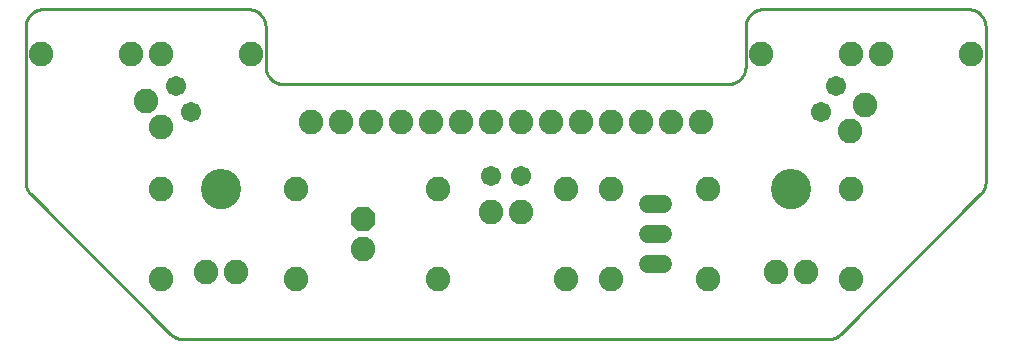
<source format=gbs>
G75*
%MOIN*%
%OFA0B0*%
%FSLAX25Y25*%
%IPPOS*%
%LPD*%
%AMOC8*
5,1,8,0,0,1.08239X$1,22.5*
%
%ADD10C,0.00000*%
%ADD11C,0.13398*%
%ADD12C,0.01000*%
%ADD13OC8,0.08200*%
%ADD14C,0.08200*%
%ADD15C,0.06000*%
%ADD16C,0.06737*%
D10*
X0063801Y0055100D02*
X0063803Y0055258D01*
X0063809Y0055416D01*
X0063819Y0055574D01*
X0063833Y0055732D01*
X0063851Y0055889D01*
X0063872Y0056046D01*
X0063898Y0056202D01*
X0063928Y0056358D01*
X0063961Y0056513D01*
X0063999Y0056666D01*
X0064040Y0056819D01*
X0064085Y0056971D01*
X0064134Y0057122D01*
X0064187Y0057271D01*
X0064243Y0057419D01*
X0064303Y0057565D01*
X0064367Y0057710D01*
X0064435Y0057853D01*
X0064506Y0057995D01*
X0064580Y0058135D01*
X0064658Y0058272D01*
X0064740Y0058408D01*
X0064824Y0058542D01*
X0064913Y0058673D01*
X0065004Y0058802D01*
X0065099Y0058929D01*
X0065196Y0059054D01*
X0065297Y0059176D01*
X0065401Y0059295D01*
X0065508Y0059412D01*
X0065618Y0059526D01*
X0065731Y0059637D01*
X0065846Y0059746D01*
X0065964Y0059851D01*
X0066085Y0059953D01*
X0066208Y0060053D01*
X0066334Y0060149D01*
X0066462Y0060242D01*
X0066592Y0060332D01*
X0066725Y0060418D01*
X0066860Y0060502D01*
X0066996Y0060581D01*
X0067135Y0060658D01*
X0067276Y0060730D01*
X0067418Y0060800D01*
X0067562Y0060865D01*
X0067708Y0060927D01*
X0067855Y0060985D01*
X0068004Y0061040D01*
X0068154Y0061091D01*
X0068305Y0061138D01*
X0068457Y0061181D01*
X0068610Y0061220D01*
X0068765Y0061256D01*
X0068920Y0061287D01*
X0069076Y0061315D01*
X0069232Y0061339D01*
X0069389Y0061359D01*
X0069547Y0061375D01*
X0069704Y0061387D01*
X0069863Y0061395D01*
X0070021Y0061399D01*
X0070179Y0061399D01*
X0070337Y0061395D01*
X0070496Y0061387D01*
X0070653Y0061375D01*
X0070811Y0061359D01*
X0070968Y0061339D01*
X0071124Y0061315D01*
X0071280Y0061287D01*
X0071435Y0061256D01*
X0071590Y0061220D01*
X0071743Y0061181D01*
X0071895Y0061138D01*
X0072046Y0061091D01*
X0072196Y0061040D01*
X0072345Y0060985D01*
X0072492Y0060927D01*
X0072638Y0060865D01*
X0072782Y0060800D01*
X0072924Y0060730D01*
X0073065Y0060658D01*
X0073204Y0060581D01*
X0073340Y0060502D01*
X0073475Y0060418D01*
X0073608Y0060332D01*
X0073738Y0060242D01*
X0073866Y0060149D01*
X0073992Y0060053D01*
X0074115Y0059953D01*
X0074236Y0059851D01*
X0074354Y0059746D01*
X0074469Y0059637D01*
X0074582Y0059526D01*
X0074692Y0059412D01*
X0074799Y0059295D01*
X0074903Y0059176D01*
X0075004Y0059054D01*
X0075101Y0058929D01*
X0075196Y0058802D01*
X0075287Y0058673D01*
X0075376Y0058542D01*
X0075460Y0058408D01*
X0075542Y0058272D01*
X0075620Y0058135D01*
X0075694Y0057995D01*
X0075765Y0057853D01*
X0075833Y0057710D01*
X0075897Y0057565D01*
X0075957Y0057419D01*
X0076013Y0057271D01*
X0076066Y0057122D01*
X0076115Y0056971D01*
X0076160Y0056819D01*
X0076201Y0056666D01*
X0076239Y0056513D01*
X0076272Y0056358D01*
X0076302Y0056202D01*
X0076328Y0056046D01*
X0076349Y0055889D01*
X0076367Y0055732D01*
X0076381Y0055574D01*
X0076391Y0055416D01*
X0076397Y0055258D01*
X0076399Y0055100D01*
X0076397Y0054942D01*
X0076391Y0054784D01*
X0076381Y0054626D01*
X0076367Y0054468D01*
X0076349Y0054311D01*
X0076328Y0054154D01*
X0076302Y0053998D01*
X0076272Y0053842D01*
X0076239Y0053687D01*
X0076201Y0053534D01*
X0076160Y0053381D01*
X0076115Y0053229D01*
X0076066Y0053078D01*
X0076013Y0052929D01*
X0075957Y0052781D01*
X0075897Y0052635D01*
X0075833Y0052490D01*
X0075765Y0052347D01*
X0075694Y0052205D01*
X0075620Y0052065D01*
X0075542Y0051928D01*
X0075460Y0051792D01*
X0075376Y0051658D01*
X0075287Y0051527D01*
X0075196Y0051398D01*
X0075101Y0051271D01*
X0075004Y0051146D01*
X0074903Y0051024D01*
X0074799Y0050905D01*
X0074692Y0050788D01*
X0074582Y0050674D01*
X0074469Y0050563D01*
X0074354Y0050454D01*
X0074236Y0050349D01*
X0074115Y0050247D01*
X0073992Y0050147D01*
X0073866Y0050051D01*
X0073738Y0049958D01*
X0073608Y0049868D01*
X0073475Y0049782D01*
X0073340Y0049698D01*
X0073204Y0049619D01*
X0073065Y0049542D01*
X0072924Y0049470D01*
X0072782Y0049400D01*
X0072638Y0049335D01*
X0072492Y0049273D01*
X0072345Y0049215D01*
X0072196Y0049160D01*
X0072046Y0049109D01*
X0071895Y0049062D01*
X0071743Y0049019D01*
X0071590Y0048980D01*
X0071435Y0048944D01*
X0071280Y0048913D01*
X0071124Y0048885D01*
X0070968Y0048861D01*
X0070811Y0048841D01*
X0070653Y0048825D01*
X0070496Y0048813D01*
X0070337Y0048805D01*
X0070179Y0048801D01*
X0070021Y0048801D01*
X0069863Y0048805D01*
X0069704Y0048813D01*
X0069547Y0048825D01*
X0069389Y0048841D01*
X0069232Y0048861D01*
X0069076Y0048885D01*
X0068920Y0048913D01*
X0068765Y0048944D01*
X0068610Y0048980D01*
X0068457Y0049019D01*
X0068305Y0049062D01*
X0068154Y0049109D01*
X0068004Y0049160D01*
X0067855Y0049215D01*
X0067708Y0049273D01*
X0067562Y0049335D01*
X0067418Y0049400D01*
X0067276Y0049470D01*
X0067135Y0049542D01*
X0066996Y0049619D01*
X0066860Y0049698D01*
X0066725Y0049782D01*
X0066592Y0049868D01*
X0066462Y0049958D01*
X0066334Y0050051D01*
X0066208Y0050147D01*
X0066085Y0050247D01*
X0065964Y0050349D01*
X0065846Y0050454D01*
X0065731Y0050563D01*
X0065618Y0050674D01*
X0065508Y0050788D01*
X0065401Y0050905D01*
X0065297Y0051024D01*
X0065196Y0051146D01*
X0065099Y0051271D01*
X0065004Y0051398D01*
X0064913Y0051527D01*
X0064824Y0051658D01*
X0064740Y0051792D01*
X0064658Y0051928D01*
X0064580Y0052065D01*
X0064506Y0052205D01*
X0064435Y0052347D01*
X0064367Y0052490D01*
X0064303Y0052635D01*
X0064243Y0052781D01*
X0064187Y0052929D01*
X0064134Y0053078D01*
X0064085Y0053229D01*
X0064040Y0053381D01*
X0063999Y0053534D01*
X0063961Y0053687D01*
X0063928Y0053842D01*
X0063898Y0053998D01*
X0063872Y0054154D01*
X0063851Y0054311D01*
X0063833Y0054468D01*
X0063819Y0054626D01*
X0063809Y0054784D01*
X0063803Y0054942D01*
X0063801Y0055100D01*
X0253801Y0055100D02*
X0253803Y0055258D01*
X0253809Y0055416D01*
X0253819Y0055574D01*
X0253833Y0055732D01*
X0253851Y0055889D01*
X0253872Y0056046D01*
X0253898Y0056202D01*
X0253928Y0056358D01*
X0253961Y0056513D01*
X0253999Y0056666D01*
X0254040Y0056819D01*
X0254085Y0056971D01*
X0254134Y0057122D01*
X0254187Y0057271D01*
X0254243Y0057419D01*
X0254303Y0057565D01*
X0254367Y0057710D01*
X0254435Y0057853D01*
X0254506Y0057995D01*
X0254580Y0058135D01*
X0254658Y0058272D01*
X0254740Y0058408D01*
X0254824Y0058542D01*
X0254913Y0058673D01*
X0255004Y0058802D01*
X0255099Y0058929D01*
X0255196Y0059054D01*
X0255297Y0059176D01*
X0255401Y0059295D01*
X0255508Y0059412D01*
X0255618Y0059526D01*
X0255731Y0059637D01*
X0255846Y0059746D01*
X0255964Y0059851D01*
X0256085Y0059953D01*
X0256208Y0060053D01*
X0256334Y0060149D01*
X0256462Y0060242D01*
X0256592Y0060332D01*
X0256725Y0060418D01*
X0256860Y0060502D01*
X0256996Y0060581D01*
X0257135Y0060658D01*
X0257276Y0060730D01*
X0257418Y0060800D01*
X0257562Y0060865D01*
X0257708Y0060927D01*
X0257855Y0060985D01*
X0258004Y0061040D01*
X0258154Y0061091D01*
X0258305Y0061138D01*
X0258457Y0061181D01*
X0258610Y0061220D01*
X0258765Y0061256D01*
X0258920Y0061287D01*
X0259076Y0061315D01*
X0259232Y0061339D01*
X0259389Y0061359D01*
X0259547Y0061375D01*
X0259704Y0061387D01*
X0259863Y0061395D01*
X0260021Y0061399D01*
X0260179Y0061399D01*
X0260337Y0061395D01*
X0260496Y0061387D01*
X0260653Y0061375D01*
X0260811Y0061359D01*
X0260968Y0061339D01*
X0261124Y0061315D01*
X0261280Y0061287D01*
X0261435Y0061256D01*
X0261590Y0061220D01*
X0261743Y0061181D01*
X0261895Y0061138D01*
X0262046Y0061091D01*
X0262196Y0061040D01*
X0262345Y0060985D01*
X0262492Y0060927D01*
X0262638Y0060865D01*
X0262782Y0060800D01*
X0262924Y0060730D01*
X0263065Y0060658D01*
X0263204Y0060581D01*
X0263340Y0060502D01*
X0263475Y0060418D01*
X0263608Y0060332D01*
X0263738Y0060242D01*
X0263866Y0060149D01*
X0263992Y0060053D01*
X0264115Y0059953D01*
X0264236Y0059851D01*
X0264354Y0059746D01*
X0264469Y0059637D01*
X0264582Y0059526D01*
X0264692Y0059412D01*
X0264799Y0059295D01*
X0264903Y0059176D01*
X0265004Y0059054D01*
X0265101Y0058929D01*
X0265196Y0058802D01*
X0265287Y0058673D01*
X0265376Y0058542D01*
X0265460Y0058408D01*
X0265542Y0058272D01*
X0265620Y0058135D01*
X0265694Y0057995D01*
X0265765Y0057853D01*
X0265833Y0057710D01*
X0265897Y0057565D01*
X0265957Y0057419D01*
X0266013Y0057271D01*
X0266066Y0057122D01*
X0266115Y0056971D01*
X0266160Y0056819D01*
X0266201Y0056666D01*
X0266239Y0056513D01*
X0266272Y0056358D01*
X0266302Y0056202D01*
X0266328Y0056046D01*
X0266349Y0055889D01*
X0266367Y0055732D01*
X0266381Y0055574D01*
X0266391Y0055416D01*
X0266397Y0055258D01*
X0266399Y0055100D01*
X0266397Y0054942D01*
X0266391Y0054784D01*
X0266381Y0054626D01*
X0266367Y0054468D01*
X0266349Y0054311D01*
X0266328Y0054154D01*
X0266302Y0053998D01*
X0266272Y0053842D01*
X0266239Y0053687D01*
X0266201Y0053534D01*
X0266160Y0053381D01*
X0266115Y0053229D01*
X0266066Y0053078D01*
X0266013Y0052929D01*
X0265957Y0052781D01*
X0265897Y0052635D01*
X0265833Y0052490D01*
X0265765Y0052347D01*
X0265694Y0052205D01*
X0265620Y0052065D01*
X0265542Y0051928D01*
X0265460Y0051792D01*
X0265376Y0051658D01*
X0265287Y0051527D01*
X0265196Y0051398D01*
X0265101Y0051271D01*
X0265004Y0051146D01*
X0264903Y0051024D01*
X0264799Y0050905D01*
X0264692Y0050788D01*
X0264582Y0050674D01*
X0264469Y0050563D01*
X0264354Y0050454D01*
X0264236Y0050349D01*
X0264115Y0050247D01*
X0263992Y0050147D01*
X0263866Y0050051D01*
X0263738Y0049958D01*
X0263608Y0049868D01*
X0263475Y0049782D01*
X0263340Y0049698D01*
X0263204Y0049619D01*
X0263065Y0049542D01*
X0262924Y0049470D01*
X0262782Y0049400D01*
X0262638Y0049335D01*
X0262492Y0049273D01*
X0262345Y0049215D01*
X0262196Y0049160D01*
X0262046Y0049109D01*
X0261895Y0049062D01*
X0261743Y0049019D01*
X0261590Y0048980D01*
X0261435Y0048944D01*
X0261280Y0048913D01*
X0261124Y0048885D01*
X0260968Y0048861D01*
X0260811Y0048841D01*
X0260653Y0048825D01*
X0260496Y0048813D01*
X0260337Y0048805D01*
X0260179Y0048801D01*
X0260021Y0048801D01*
X0259863Y0048805D01*
X0259704Y0048813D01*
X0259547Y0048825D01*
X0259389Y0048841D01*
X0259232Y0048861D01*
X0259076Y0048885D01*
X0258920Y0048913D01*
X0258765Y0048944D01*
X0258610Y0048980D01*
X0258457Y0049019D01*
X0258305Y0049062D01*
X0258154Y0049109D01*
X0258004Y0049160D01*
X0257855Y0049215D01*
X0257708Y0049273D01*
X0257562Y0049335D01*
X0257418Y0049400D01*
X0257276Y0049470D01*
X0257135Y0049542D01*
X0256996Y0049619D01*
X0256860Y0049698D01*
X0256725Y0049782D01*
X0256592Y0049868D01*
X0256462Y0049958D01*
X0256334Y0050051D01*
X0256208Y0050147D01*
X0256085Y0050247D01*
X0255964Y0050349D01*
X0255846Y0050454D01*
X0255731Y0050563D01*
X0255618Y0050674D01*
X0255508Y0050788D01*
X0255401Y0050905D01*
X0255297Y0051024D01*
X0255196Y0051146D01*
X0255099Y0051271D01*
X0255004Y0051398D01*
X0254913Y0051527D01*
X0254824Y0051658D01*
X0254740Y0051792D01*
X0254658Y0051928D01*
X0254580Y0052065D01*
X0254506Y0052205D01*
X0254435Y0052347D01*
X0254367Y0052490D01*
X0254303Y0052635D01*
X0254243Y0052781D01*
X0254187Y0052929D01*
X0254134Y0053078D01*
X0254085Y0053229D01*
X0254040Y0053381D01*
X0253999Y0053534D01*
X0253961Y0053687D01*
X0253928Y0053842D01*
X0253898Y0053998D01*
X0253872Y0054154D01*
X0253851Y0054311D01*
X0253833Y0054468D01*
X0253819Y0054626D01*
X0253809Y0054784D01*
X0253803Y0054942D01*
X0253801Y0055100D01*
D11*
X0260100Y0055100D03*
X0070100Y0055100D03*
D12*
X0053370Y0006830D02*
X0006830Y0053370D01*
X0005100Y0057546D02*
X0005100Y0109194D01*
X0005102Y0109346D01*
X0005108Y0109498D01*
X0005118Y0109650D01*
X0005131Y0109801D01*
X0005149Y0109952D01*
X0005170Y0110103D01*
X0005196Y0110253D01*
X0005225Y0110402D01*
X0005258Y0110551D01*
X0005295Y0110698D01*
X0005335Y0110845D01*
X0005380Y0110990D01*
X0005428Y0111134D01*
X0005480Y0111277D01*
X0005535Y0111419D01*
X0005594Y0111559D01*
X0005657Y0111698D01*
X0005723Y0111835D01*
X0005793Y0111970D01*
X0005866Y0112103D01*
X0005943Y0112234D01*
X0006023Y0112364D01*
X0006106Y0112491D01*
X0006192Y0112616D01*
X0006282Y0112739D01*
X0006375Y0112859D01*
X0006471Y0112977D01*
X0006570Y0113093D01*
X0006672Y0113206D01*
X0006776Y0113316D01*
X0006884Y0113424D01*
X0006994Y0113528D01*
X0007107Y0113630D01*
X0007223Y0113729D01*
X0007341Y0113825D01*
X0007461Y0113918D01*
X0007584Y0114008D01*
X0007709Y0114094D01*
X0007836Y0114177D01*
X0007966Y0114257D01*
X0008097Y0114334D01*
X0008230Y0114407D01*
X0008365Y0114477D01*
X0008502Y0114543D01*
X0008641Y0114606D01*
X0008781Y0114665D01*
X0008923Y0114720D01*
X0009066Y0114772D01*
X0009210Y0114820D01*
X0009355Y0114865D01*
X0009502Y0114905D01*
X0009649Y0114942D01*
X0009798Y0114975D01*
X0009947Y0115004D01*
X0010097Y0115030D01*
X0010248Y0115051D01*
X0010399Y0115069D01*
X0010550Y0115082D01*
X0010702Y0115092D01*
X0010854Y0115098D01*
X0011006Y0115100D01*
X0079194Y0115100D01*
X0079346Y0115098D01*
X0079498Y0115092D01*
X0079650Y0115082D01*
X0079801Y0115069D01*
X0079952Y0115051D01*
X0080103Y0115030D01*
X0080253Y0115004D01*
X0080402Y0114975D01*
X0080551Y0114942D01*
X0080698Y0114905D01*
X0080845Y0114865D01*
X0080990Y0114820D01*
X0081134Y0114772D01*
X0081277Y0114720D01*
X0081419Y0114665D01*
X0081559Y0114606D01*
X0081698Y0114543D01*
X0081835Y0114477D01*
X0081970Y0114407D01*
X0082103Y0114334D01*
X0082234Y0114257D01*
X0082364Y0114177D01*
X0082491Y0114094D01*
X0082616Y0114008D01*
X0082739Y0113918D01*
X0082859Y0113825D01*
X0082977Y0113729D01*
X0083093Y0113630D01*
X0083206Y0113528D01*
X0083316Y0113424D01*
X0083424Y0113316D01*
X0083528Y0113206D01*
X0083630Y0113093D01*
X0083729Y0112977D01*
X0083825Y0112859D01*
X0083918Y0112739D01*
X0084008Y0112616D01*
X0084094Y0112491D01*
X0084177Y0112364D01*
X0084257Y0112234D01*
X0084334Y0112103D01*
X0084407Y0111970D01*
X0084477Y0111835D01*
X0084543Y0111698D01*
X0084606Y0111559D01*
X0084665Y0111419D01*
X0084720Y0111277D01*
X0084772Y0111134D01*
X0084820Y0110990D01*
X0084865Y0110845D01*
X0084905Y0110698D01*
X0084942Y0110551D01*
X0084975Y0110402D01*
X0085004Y0110253D01*
X0085030Y0110103D01*
X0085051Y0109952D01*
X0085069Y0109801D01*
X0085082Y0109650D01*
X0085092Y0109498D01*
X0085098Y0109346D01*
X0085100Y0109194D01*
X0085100Y0096006D01*
X0085102Y0095854D01*
X0085108Y0095702D01*
X0085118Y0095550D01*
X0085131Y0095399D01*
X0085149Y0095248D01*
X0085170Y0095097D01*
X0085196Y0094947D01*
X0085225Y0094798D01*
X0085258Y0094649D01*
X0085295Y0094502D01*
X0085335Y0094355D01*
X0085380Y0094210D01*
X0085428Y0094066D01*
X0085480Y0093923D01*
X0085535Y0093781D01*
X0085594Y0093641D01*
X0085657Y0093502D01*
X0085723Y0093365D01*
X0085793Y0093230D01*
X0085866Y0093097D01*
X0085943Y0092966D01*
X0086023Y0092836D01*
X0086106Y0092709D01*
X0086192Y0092584D01*
X0086282Y0092461D01*
X0086375Y0092341D01*
X0086471Y0092223D01*
X0086570Y0092107D01*
X0086672Y0091994D01*
X0086776Y0091884D01*
X0086884Y0091776D01*
X0086994Y0091672D01*
X0087107Y0091570D01*
X0087223Y0091471D01*
X0087341Y0091375D01*
X0087461Y0091282D01*
X0087584Y0091192D01*
X0087709Y0091106D01*
X0087836Y0091023D01*
X0087966Y0090943D01*
X0088097Y0090866D01*
X0088230Y0090793D01*
X0088365Y0090723D01*
X0088502Y0090657D01*
X0088641Y0090594D01*
X0088781Y0090535D01*
X0088923Y0090480D01*
X0089066Y0090428D01*
X0089210Y0090380D01*
X0089355Y0090335D01*
X0089502Y0090295D01*
X0089649Y0090258D01*
X0089798Y0090225D01*
X0089947Y0090196D01*
X0090097Y0090170D01*
X0090248Y0090149D01*
X0090399Y0090131D01*
X0090550Y0090118D01*
X0090702Y0090108D01*
X0090854Y0090102D01*
X0091006Y0090100D01*
X0239194Y0090100D01*
X0239346Y0090102D01*
X0239498Y0090108D01*
X0239650Y0090118D01*
X0239801Y0090131D01*
X0239952Y0090149D01*
X0240103Y0090170D01*
X0240253Y0090196D01*
X0240402Y0090225D01*
X0240551Y0090258D01*
X0240698Y0090295D01*
X0240845Y0090335D01*
X0240990Y0090380D01*
X0241134Y0090428D01*
X0241277Y0090480D01*
X0241419Y0090535D01*
X0241559Y0090594D01*
X0241698Y0090657D01*
X0241835Y0090723D01*
X0241970Y0090793D01*
X0242103Y0090866D01*
X0242234Y0090943D01*
X0242364Y0091023D01*
X0242491Y0091106D01*
X0242616Y0091192D01*
X0242739Y0091282D01*
X0242859Y0091375D01*
X0242977Y0091471D01*
X0243093Y0091570D01*
X0243206Y0091672D01*
X0243316Y0091776D01*
X0243424Y0091884D01*
X0243528Y0091994D01*
X0243630Y0092107D01*
X0243729Y0092223D01*
X0243825Y0092341D01*
X0243918Y0092461D01*
X0244008Y0092584D01*
X0244094Y0092709D01*
X0244177Y0092836D01*
X0244257Y0092966D01*
X0244334Y0093097D01*
X0244407Y0093230D01*
X0244477Y0093365D01*
X0244543Y0093502D01*
X0244606Y0093641D01*
X0244665Y0093781D01*
X0244720Y0093923D01*
X0244772Y0094066D01*
X0244820Y0094210D01*
X0244865Y0094355D01*
X0244905Y0094502D01*
X0244942Y0094649D01*
X0244975Y0094798D01*
X0245004Y0094947D01*
X0245030Y0095097D01*
X0245051Y0095248D01*
X0245069Y0095399D01*
X0245082Y0095550D01*
X0245092Y0095702D01*
X0245098Y0095854D01*
X0245100Y0096006D01*
X0245100Y0109194D01*
X0245102Y0109346D01*
X0245108Y0109498D01*
X0245118Y0109650D01*
X0245131Y0109801D01*
X0245149Y0109952D01*
X0245170Y0110103D01*
X0245196Y0110253D01*
X0245225Y0110402D01*
X0245258Y0110551D01*
X0245295Y0110698D01*
X0245335Y0110845D01*
X0245380Y0110990D01*
X0245428Y0111134D01*
X0245480Y0111277D01*
X0245535Y0111419D01*
X0245594Y0111559D01*
X0245657Y0111698D01*
X0245723Y0111835D01*
X0245793Y0111970D01*
X0245866Y0112103D01*
X0245943Y0112234D01*
X0246023Y0112364D01*
X0246106Y0112491D01*
X0246192Y0112616D01*
X0246282Y0112739D01*
X0246375Y0112859D01*
X0246471Y0112977D01*
X0246570Y0113093D01*
X0246672Y0113206D01*
X0246776Y0113316D01*
X0246884Y0113424D01*
X0246994Y0113528D01*
X0247107Y0113630D01*
X0247223Y0113729D01*
X0247341Y0113825D01*
X0247461Y0113918D01*
X0247584Y0114008D01*
X0247709Y0114094D01*
X0247836Y0114177D01*
X0247966Y0114257D01*
X0248097Y0114334D01*
X0248230Y0114407D01*
X0248365Y0114477D01*
X0248502Y0114543D01*
X0248641Y0114606D01*
X0248781Y0114665D01*
X0248923Y0114720D01*
X0249066Y0114772D01*
X0249210Y0114820D01*
X0249355Y0114865D01*
X0249502Y0114905D01*
X0249649Y0114942D01*
X0249798Y0114975D01*
X0249947Y0115004D01*
X0250097Y0115030D01*
X0250248Y0115051D01*
X0250399Y0115069D01*
X0250550Y0115082D01*
X0250702Y0115092D01*
X0250854Y0115098D01*
X0251006Y0115100D01*
X0319194Y0115100D01*
X0319346Y0115098D01*
X0319498Y0115092D01*
X0319650Y0115082D01*
X0319801Y0115069D01*
X0319952Y0115051D01*
X0320103Y0115030D01*
X0320253Y0115004D01*
X0320402Y0114975D01*
X0320551Y0114942D01*
X0320698Y0114905D01*
X0320845Y0114865D01*
X0320990Y0114820D01*
X0321134Y0114772D01*
X0321277Y0114720D01*
X0321419Y0114665D01*
X0321559Y0114606D01*
X0321698Y0114543D01*
X0321835Y0114477D01*
X0321970Y0114407D01*
X0322103Y0114334D01*
X0322234Y0114257D01*
X0322364Y0114177D01*
X0322491Y0114094D01*
X0322616Y0114008D01*
X0322739Y0113918D01*
X0322859Y0113825D01*
X0322977Y0113729D01*
X0323093Y0113630D01*
X0323206Y0113528D01*
X0323316Y0113424D01*
X0323424Y0113316D01*
X0323528Y0113206D01*
X0323630Y0113093D01*
X0323729Y0112977D01*
X0323825Y0112859D01*
X0323918Y0112739D01*
X0324008Y0112616D01*
X0324094Y0112491D01*
X0324177Y0112364D01*
X0324257Y0112234D01*
X0324334Y0112103D01*
X0324407Y0111970D01*
X0324477Y0111835D01*
X0324543Y0111698D01*
X0324606Y0111559D01*
X0324665Y0111419D01*
X0324720Y0111277D01*
X0324772Y0111134D01*
X0324820Y0110990D01*
X0324865Y0110845D01*
X0324905Y0110698D01*
X0324942Y0110551D01*
X0324975Y0110402D01*
X0325004Y0110253D01*
X0325030Y0110103D01*
X0325051Y0109952D01*
X0325069Y0109801D01*
X0325082Y0109650D01*
X0325092Y0109498D01*
X0325098Y0109346D01*
X0325100Y0109194D01*
X0325100Y0057546D01*
X0325098Y0057396D01*
X0325092Y0057247D01*
X0325083Y0057098D01*
X0325070Y0056949D01*
X0325053Y0056800D01*
X0325032Y0056652D01*
X0325007Y0056504D01*
X0324979Y0056357D01*
X0324947Y0056211D01*
X0324911Y0056066D01*
X0324872Y0055921D01*
X0324829Y0055778D01*
X0324783Y0055636D01*
X0324732Y0055495D01*
X0324679Y0055355D01*
X0324621Y0055217D01*
X0324561Y0055080D01*
X0324496Y0054945D01*
X0324429Y0054812D01*
X0324358Y0054680D01*
X0324284Y0054550D01*
X0324206Y0054422D01*
X0324125Y0054296D01*
X0324041Y0054172D01*
X0323954Y0054050D01*
X0323864Y0053931D01*
X0323771Y0053814D01*
X0323675Y0053699D01*
X0323576Y0053587D01*
X0323475Y0053477D01*
X0323370Y0053370D01*
X0276830Y0006830D01*
X0272654Y0005100D02*
X0057546Y0005100D01*
X0057396Y0005102D01*
X0057247Y0005108D01*
X0057098Y0005117D01*
X0056949Y0005130D01*
X0056800Y0005147D01*
X0056652Y0005168D01*
X0056504Y0005193D01*
X0056357Y0005221D01*
X0056211Y0005253D01*
X0056066Y0005289D01*
X0055921Y0005328D01*
X0055778Y0005371D01*
X0055636Y0005417D01*
X0055495Y0005468D01*
X0055355Y0005521D01*
X0055217Y0005579D01*
X0055080Y0005639D01*
X0054945Y0005704D01*
X0054812Y0005771D01*
X0054680Y0005842D01*
X0054550Y0005916D01*
X0054422Y0005994D01*
X0054296Y0006075D01*
X0054172Y0006159D01*
X0054050Y0006246D01*
X0053931Y0006336D01*
X0053814Y0006429D01*
X0053699Y0006525D01*
X0053587Y0006624D01*
X0053477Y0006725D01*
X0053370Y0006830D01*
X0006829Y0053370D02*
X0006724Y0053477D01*
X0006623Y0053587D01*
X0006524Y0053699D01*
X0006428Y0053814D01*
X0006335Y0053931D01*
X0006245Y0054050D01*
X0006158Y0054172D01*
X0006074Y0054296D01*
X0005993Y0054422D01*
X0005915Y0054550D01*
X0005841Y0054680D01*
X0005770Y0054812D01*
X0005703Y0054945D01*
X0005638Y0055080D01*
X0005578Y0055217D01*
X0005520Y0055355D01*
X0005467Y0055495D01*
X0005416Y0055636D01*
X0005370Y0055778D01*
X0005327Y0055921D01*
X0005288Y0056066D01*
X0005252Y0056211D01*
X0005220Y0056357D01*
X0005192Y0056504D01*
X0005167Y0056652D01*
X0005146Y0056800D01*
X0005129Y0056949D01*
X0005116Y0057098D01*
X0005107Y0057247D01*
X0005101Y0057396D01*
X0005099Y0057546D01*
X0272654Y0005099D02*
X0272804Y0005101D01*
X0272953Y0005107D01*
X0273102Y0005116D01*
X0273251Y0005129D01*
X0273400Y0005146D01*
X0273548Y0005167D01*
X0273696Y0005192D01*
X0273843Y0005220D01*
X0273989Y0005252D01*
X0274134Y0005288D01*
X0274279Y0005327D01*
X0274422Y0005370D01*
X0274564Y0005416D01*
X0274705Y0005467D01*
X0274845Y0005520D01*
X0274983Y0005578D01*
X0275120Y0005638D01*
X0275255Y0005703D01*
X0275388Y0005770D01*
X0275520Y0005841D01*
X0275650Y0005915D01*
X0275778Y0005993D01*
X0275904Y0006074D01*
X0276028Y0006158D01*
X0276150Y0006245D01*
X0276269Y0006335D01*
X0276386Y0006428D01*
X0276501Y0006524D01*
X0276613Y0006623D01*
X0276723Y0006724D01*
X0276830Y0006829D01*
D13*
X0117600Y0045100D03*
D14*
X0117600Y0035100D03*
X0095100Y0025100D03*
X0075100Y0027600D03*
X0065100Y0027600D03*
X0050100Y0025100D03*
X0050100Y0055100D03*
X0095100Y0055100D03*
X0142600Y0055100D03*
X0160100Y0047600D03*
X0170100Y0047600D03*
X0185100Y0055100D03*
X0200100Y0055100D03*
X0232600Y0055100D03*
X0280100Y0055100D03*
X0279765Y0074520D03*
X0284765Y0083180D03*
X0280100Y0100100D03*
X0290100Y0100100D03*
X0320100Y0100100D03*
X0250100Y0100100D03*
X0230100Y0077600D03*
X0220100Y0077600D03*
X0210100Y0077600D03*
X0200100Y0077600D03*
X0190100Y0077600D03*
X0180100Y0077600D03*
X0170100Y0077600D03*
X0160100Y0077600D03*
X0150100Y0077600D03*
X0140100Y0077600D03*
X0130100Y0077600D03*
X0120100Y0077600D03*
X0110100Y0077600D03*
X0100100Y0077600D03*
X0050100Y0075770D03*
X0045100Y0084430D03*
X0040100Y0100100D03*
X0050100Y0100100D03*
X0080100Y0100100D03*
X0010100Y0100100D03*
X0142600Y0025100D03*
X0185100Y0025100D03*
X0200100Y0025100D03*
X0232600Y0025100D03*
X0255100Y0027600D03*
X0265100Y0027600D03*
X0280100Y0025100D03*
D15*
X0217700Y0030100D02*
X0212500Y0030100D01*
X0212500Y0040100D02*
X0217700Y0040100D01*
X0217700Y0050100D02*
X0212500Y0050100D01*
D16*
X0170100Y0059569D03*
X0160100Y0059569D03*
X0060100Y0080770D03*
X0055100Y0089430D03*
X0270100Y0080770D03*
X0275100Y0089430D03*
M02*

</source>
